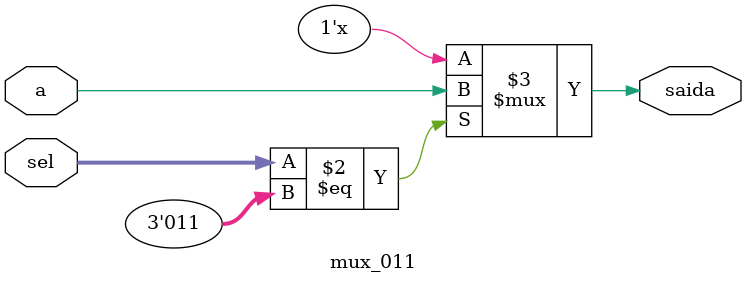
<source format=v>
module mux_011 (a, sel, saida);
	input a;
	input [2:0] sel;
	output reg saida;
	
	always @ (sel)
		if(sel == 3'b011)
			saida <= a;
endmodule
</source>
